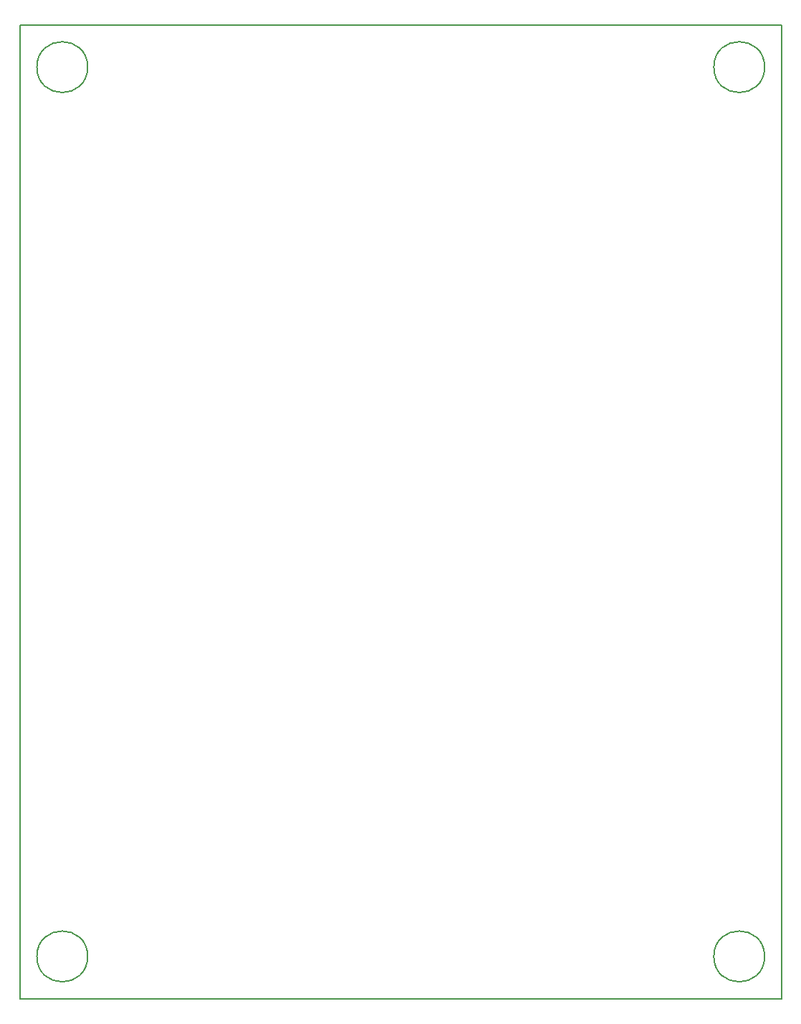
<source format=gm1>
G04 #@! TF.GenerationSoftware,KiCad,Pcbnew,7.0.5*
G04 #@! TF.CreationDate,2023-07-13T15:49:33+01:00*
G04 #@! TF.ProjectId,PCB,5043422e-6b69-4636-9164-5f7063625858,rev?*
G04 #@! TF.SameCoordinates,Original*
G04 #@! TF.FileFunction,Profile,NP*
%FSLAX46Y46*%
G04 Gerber Fmt 4.6, Leading zero omitted, Abs format (unit mm)*
G04 Created by KiCad (PCBNEW 7.0.5) date 2023-07-13 15:49:33*
%MOMM*%
%LPD*%
G01*
G04 APERTURE LIST*
G04 #@! TA.AperFunction,Profile*
%ADD10C,0.200000*%
G04 #@! TD*
G04 APERTURE END LIST*
D10*
X84152000Y-45020450D02*
G75*
G03*
X84152000Y-45020450I-3000000J0D01*
G01*
X164152000Y-45020450D02*
G75*
G03*
X164152000Y-45020450I-3000000J0D01*
G01*
X166152000Y-155020450D02*
X166152000Y-40020450D01*
X76152000Y-40020450D02*
X76152000Y-155020450D01*
X76152000Y-40020450D02*
X166152000Y-40020450D01*
X84152000Y-150020450D02*
G75*
G03*
X84152000Y-150020450I-3000000J0D01*
G01*
X76152000Y-155020450D02*
X166152000Y-155020450D01*
X164152000Y-150020450D02*
G75*
G03*
X164152000Y-150020450I-3000000J0D01*
G01*
M02*

</source>
